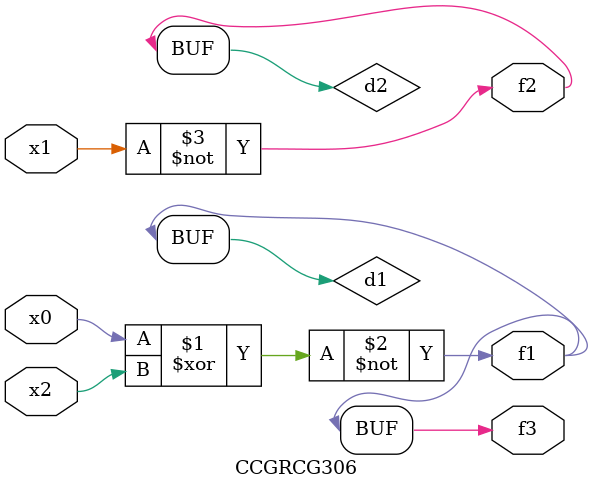
<source format=v>
module CCGRCG306(
	input x0, x1, x2,
	output f1, f2, f3
);

	wire d1, d2, d3;

	xnor (d1, x0, x2);
	nand (d2, x1);
	nor (d3, x1, x2);
	assign f1 = d1;
	assign f2 = d2;
	assign f3 = d1;
endmodule

</source>
